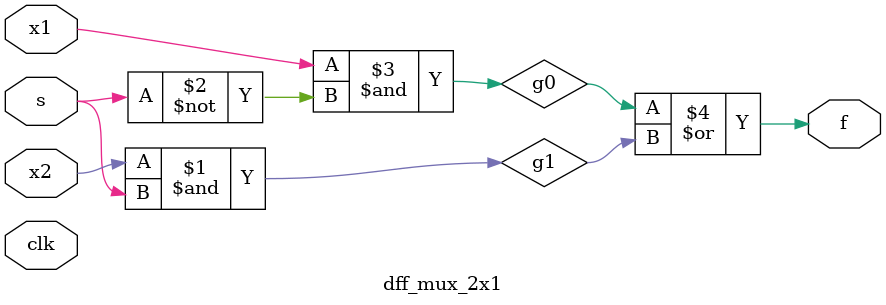
<source format=v>
module dff_mux_2x1(
    input wire clk,
    input x1, x2, s,
    output f
    );

    and A1(g1, x2, s);
    and A0(g0, x1, ~s);
    or O0(f, g0, g1);
endmodule

</source>
